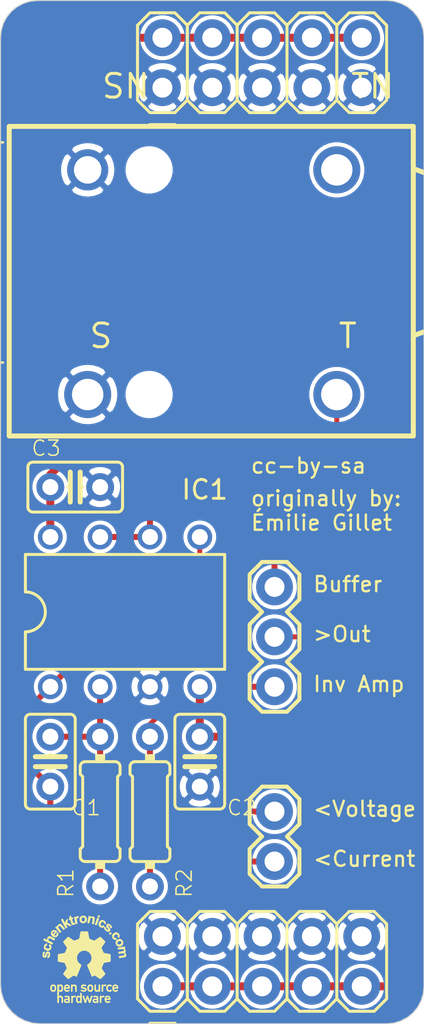
<source format=kicad_pcb>
(kicad_pcb (version 20171130) (host pcbnew "(5.1.5)-3")
  (layers (0 Top signal hide) (31 Bottom signal hide) (34 B.Paste user hide) (35 F.Paste user hide) (36 B.SilkS user) (37 F.SilkS user) (38 B.Mask user hide) (39 F.Mask user) (44 Edge.Cuts user))
  (net 0 "")
  (net 1 GND)
  (net 2 VCC)
  (net 3 VEE)
  (net 4 "Net-(J5-PadT)")
  (net 5 "Net-(J5-PadTN)")
  (net 6 "Net-(IC1-Pad5)")
  (net 7 "Net-(IC1-Pad6)")
  (net 8 "Net-(C1-Pad1)")
  (net 9 "Net-(C1-Pad2)")
  (module _NTSFootprints:schenktronics.com_OSHW_Logo_6x6mm (layer Top) (at 142 128)
    (fp_text reference G*** hide)
    (fp_text value LOGO hide)
  )
  (module bbf-audio_out_v1:AVR_ICSP (layer Top) (at 151.0411 82.1386 90)
    (fp_text reference JP1 hide)
    (fp_text value M05X2PTH hide)
    (pad 10 thru_hole circle (at 1.27 5.08) (size 1.8796 1.8796) (drill 1.016) (layers *.Cu *.Mask) (net 2 VCC))
    (pad 9 thru_hole circle (at -1.27 5.08) (size 1.8796 1.8796) (drill 1.016) (layers *.Cu *.Mask) (net 1 GND))
    (pad 8 thru_hole circle (at 1.27 2.54) (size 1.8796 1.8796) (drill 1.016) (layers *.Cu *.Mask) (net 2 VCC))
    (pad 7 thru_hole circle (at -1.27 2.54) (size 1.8796 1.8796) (drill 1.016) (layers *.Cu *.Mask) (net 1 GND))
    (pad 6 thru_hole circle (at 1.27 0) (size 1.8796 1.8796) (drill 1.016) (layers *.Cu *.Mask) (net 2 VCC))
    (pad 5 thru_hole circle (at -1.27 0) (size 1.8796 1.8796) (drill 1.016) (layers *.Cu *.Mask) (net 1 GND))
    (pad 4 thru_hole circle (at 1.27 -2.54) (size 1.8796 1.8796) (drill 1.016) (layers *.Cu *.Mask) (net 2 VCC))
    (pad 3 thru_hole circle (at -1.27 -2.54) (size 1.8796 1.8796) (drill 1.016) (layers *.Cu *.Mask) (net 1 GND))
    (pad 2 thru_hole circle (at 1.27 -5.08) (size 1.8796 1.8796) (drill 1.016) (layers *.Cu *.Mask) (net 2 VCC))
    (pad 1 thru_hole circle (at -1.27 -5.08) (size 1.8796 1.8796) (drill 1.016) (layers *.Cu *.Mask) (net 1 GND))
  )
  (module bbf-audio_out_v1:AVR_ICSP (layer Top) (at 151.0411 127.8586 90)
    (fp_text reference JP3 hide)
    (fp_text value M05X2PTH hide)
    (pad 10 thru_hole circle (at 1.27 5.08) (size 1.8796 1.8796) (drill 1.016) (layers *.Cu *.Mask) (net 1 GND))
    (pad 9 thru_hole circle (at -1.27 5.08) (size 1.8796 1.8796) (drill 1.016) (layers *.Cu *.Mask) (net 3 VEE))
    (pad 8 thru_hole circle (at 1.27 2.54) (size 1.8796 1.8796) (drill 1.016) (layers *.Cu *.Mask) (net 1 GND))
    (pad 7 thru_hole circle (at -1.27 2.54) (size 1.8796 1.8796) (drill 1.016) (layers *.Cu *.Mask) (net 3 VEE))
    (pad 6 thru_hole circle (at 1.27 0) (size 1.8796 1.8796) (drill 1.016) (layers *.Cu *.Mask) (net 1 GND))
    (pad 5 thru_hole circle (at -1.27 0) (size 1.8796 1.8796) (drill 1.016) (layers *.Cu *.Mask) (net 3 VEE))
    (pad 4 thru_hole circle (at 1.27 -2.54) (size 1.8796 1.8796) (drill 1.016) (layers *.Cu *.Mask) (net 1 GND))
    (pad 3 thru_hole circle (at -1.27 -2.54) (size 1.8796 1.8796) (drill 1.016) (layers *.Cu *.Mask) (net 3 VEE))
    (pad 2 thru_hole circle (at 1.27 -5.08) (size 1.8796 1.8796) (drill 1.016) (layers *.Cu *.Mask) (net 1 GND))
    (pad 1 thru_hole circle (at -1.27 -5.08) (size 1.8796 1.8796) (drill 1.016) (layers *.Cu *.Mask) (net 3 VEE))
  )
  (module bbf-audio_out_v1:NRJ4HF (layer Top) (at 147.2311 91.0286 180)
    (fp_text reference J5 hide)
    (fp_text value MONOSWSLIM hide)
    (fp_text user SN (at 4.445 6.985 180) (layer F.SilkS) (effects (font (size 1.2065 1.2065) (thickness 0.1524)) (justify left bottom)))
    (fp_text user TN (at -8.255 6.985 180) (layer F.SilkS) (effects (font (size 1.2065 1.2065) (thickness 0.1524)) (justify left bottom)))
    (fp_text user S (at 5.08 -5.715 180) (layer F.SilkS) (effects (font (size 1.2065 1.2065) (thickness 0.1524)) (justify left bottom)))
    (fp_text user T (at -7.62 -5.715 180) (layer F.SilkS) (effects (font (size 1.2065 1.2065) (thickness 0.1524)) (justify left bottom)))
    (pad "" np_thru_hole circle (at 1.948 3.438 180) (size 2 2) (drill 2) (layers *.Cu *.Mask))
    (pad "" np_thru_hole circle (at 1.948 -7.992 180) (size 2 2) (drill 2) (layers *.Cu *.Mask))
    (pad S thru_hole circle (at 5.08 -7.992 180) (size 2.4 2.4) (drill 1.6) (layers *.Cu *.Mask) (net 1 GND))
    (pad T thru_hole circle (at -7.62 -7.992 180) (size 2.4 2.4) (drill 1.6) (layers *.Cu *.Mask) (net 4 "Net-(J5-PadT)"))
    (pad TN thru_hole circle (at -7.62 3.438 180) (size 2.4 2.4) (drill 1.6) (layers *.Cu *.Mask) (net 5 "Net-(J5-PadTN)"))
    (pad SN thru_hole circle (at 5.08 3.438 180) (size 2.1 2.1) (drill 1.4) (layers *.Cu *.Mask) (net 1 GND))
  )
  (module bbf-audio_out_v1:DIL08 (layer Top) (at 144.0561 110.0786)
    (fp_text reference IC1 (at 2.794 -5.6515) (layer F.SilkS) (effects (font (size 0.9652 0.9652) (thickness 0.14478)) (justify left bottom)))
    (fp_text value TL072P)
    (pad 5 thru_hole circle (at 3.81 -3.81 90) (size 1.27 1.27) (drill 0.8128) (layers *.Cu *.Mask) (net 6 "Net-(IC1-Pad5)"))
    (pad 6 thru_hole circle (at 1.27 -3.81 90) (size 1.27 1.27) (drill 0.8128) (layers *.Cu *.Mask) (net 7 "Net-(IC1-Pad6)"))
    (pad 4 thru_hole circle (at 3.81 3.81 90) (size 1.27 1.27) (drill 0.8128) (layers *.Cu *.Mask) (net 3 VEE))
    (pad 3 thru_hole circle (at 1.27 3.81 90) (size 1.27 1.27) (drill 0.8128) (layers *.Cu *.Mask) (net 1 GND))
    (pad 8 thru_hole circle (at -3.81 -3.81 90) (size 1.27 1.27) (drill 0.8128) (layers *.Cu *.Mask) (net 2 VCC))
    (pad 7 thru_hole circle (at -1.27 -3.81 90) (size 1.27 1.27) (drill 0.8128) (layers *.Cu *.Mask) (net 7 "Net-(IC1-Pad6)"))
    (pad 2 thru_hole circle (at -1.27 3.81 90) (size 1.27 1.27) (drill 0.8128) (layers *.Cu *.Mask) (net 8 "Net-(C1-Pad1)"))
    (pad 1 thru_hole circle (at -3.81 3.81 90) (size 1.27 1.27) (drill 0.8128) (layers *.Cu *.Mask) (net 9 "Net-(C1-Pad2)"))
  )
  (module bbf-audio_out_v1:0204_7 (layer Top) (at 142.7861 120.2386 270)
    (fp_text reference R1 (at 4.445 1.2954 90) (layer F.SilkS) (effects (font (size 0.77216 0.77216) (thickness 0.077216)) (justify left bottom)))
    (fp_text value 100k)
    (pad 2 thru_hole circle (at 3.81 0 270) (size 1.4224 1.4224) (drill 0.8128) (layers *.Cu *.Mask) (net 9 "Net-(C1-Pad2)"))
    (pad 1 thru_hole circle (at -3.81 0 270) (size 1.4224 1.4224) (drill 0.8128) (layers *.Cu *.Mask) (net 8 "Net-(C1-Pad1)"))
  )
  (module bbf-audio_out_v1:C025-025X050 (layer Top) (at 140.2461 117.6986 270)
    (fp_text reference C1 (at 2.794 -1.016) (layer F.SilkS) (effects (font (size 0.77216 0.77216) (thickness 0.077216)) (justify left bottom)))
    (fp_text value 22p)
    (pad 2 thru_hole circle (at 1.27 0 270) (size 1.4224 1.4224) (drill 0.8128) (layers *.Cu *.Mask) (net 9 "Net-(C1-Pad2)"))
    (pad 1 thru_hole circle (at -1.27 0 270) (size 1.4224 1.4224) (drill 0.8128) (layers *.Cu *.Mask) (net 8 "Net-(C1-Pad1)"))
  )
  (module bbf-audio_out_v1:0204_7 (layer Top) (at 145.3261 120.2386 270)
    (fp_text reference R2 (at 4.445 -2.1971 90) (layer F.SilkS) (effects (font (size 0.77216 0.77216) (thickness 0.077216)) (justify left bottom)))
    (fp_text value 100k)
    (pad 2 thru_hole circle (at 3.81 0 270) (size 1.4224 1.4224) (drill 0.8128) (layers *.Cu *.Mask) (net 8 "Net-(C1-Pad1)"))
    (pad 1 thru_hole circle (at -3.81 0 270) (size 1.4224 1.4224) (drill 0.8128) (layers *.Cu *.Mask) (net 6 "Net-(IC1-Pad5)"))
  )
  (module bbf-audio_out_v1:1X02 (layer Top) (at 151.6761 120.2386 270)
    (fp_text reference JP2 hide)
    (fp_text value M02PTH)
    (pad 2 thru_hole circle (at 2.54 0) (size 1.8796 1.8796) (drill 1.016) (layers *.Cu *.Mask) (net 8 "Net-(C1-Pad1)"))
    (pad 1 thru_hole circle (at 0 0) (size 1.8796 1.8796) (drill 1.016) (layers *.Cu *.Mask) (net 6 "Net-(IC1-Pad5)"))
  )
  (module bbf-audio_out_v1:1X03 (layer Top) (at 151.6761 113.8886 90)
    (fp_text reference JP4 hide)
    (fp_text value M03PTH)
    (pad 3 thru_hole circle (at 5.08 0 180) (size 1.8796 1.8796) (drill 1.016) (layers *.Cu *.Mask) (net 7 "Net-(IC1-Pad6)"))
    (pad 2 thru_hole circle (at 2.54 0 180) (size 1.8796 1.8796) (drill 1.016) (layers *.Cu *.Mask) (net 4 "Net-(J5-PadT)"))
    (pad 1 thru_hole circle (at 0 0 180) (size 1.8796 1.8796) (drill 1.016) (layers *.Cu *.Mask) (net 9 "Net-(C1-Pad2)"))
  )
  (module bbf-audio_out_v1:C025-025X050 (layer Top) (at 147.8661 117.6986 90)
    (fp_text reference C2 (at -2.794 1.3335) (layer F.SilkS) (effects (font (size 0.77216 0.77216) (thickness 0.077216)) (justify left bottom)))
    (fp_text value 100n)
    (pad 2 thru_hole circle (at 1.27 0 90) (size 1.4224 1.4224) (drill 0.8128) (layers *.Cu *.Mask) (net 3 VEE))
    (pad 1 thru_hole circle (at -1.27 0 90) (size 1.4224 1.4224) (drill 0.8128) (layers *.Cu *.Mask) (net 1 GND))
  )
  (module bbf-audio_out_v1:C025-025X050 (layer Top) (at 141.5161 103.7286)
    (fp_text reference C3 (at -2.286 -1.524) (layer F.SilkS) (effects (font (size 0.77216 0.77216) (thickness 0.077216)) (justify left bottom)))
    (fp_text value 100n)
    (pad 2 thru_hole circle (at 1.27 0) (size 1.4224 1.4224) (drill 0.8128) (layers *.Cu *.Mask) (net 1 GND))
    (pad 1 thru_hole circle (at -1.27 0) (size 1.4224 1.4224) (drill 0.8128) (layers *.Cu *.Mask) (net 2 VCC))
  )
  (gr_arc (start 157.3911 129.1286) (end 157.3911 131.0336) (angle -90) (layer Edge.Cuts) (width 0.05))
  (gr_line (start 159.2961 129.1286) (end 159.2961 80.8686) (layer Edge.Cuts) (width 0.05))
  (gr_arc (start 157.4011 80.8686) (end 159.2961 80.8686) (angle -90) (layer Edge.Cuts) (width 0.05))
  (gr_line (start 157.4011 78.9736) (end 139.6011 78.9736) (layer Edge.Cuts) (width 0.05))
  (gr_arc (start 139.6011 80.8686) (end 139.6011 78.9736) (angle -90) (layer Edge.Cuts) (width 0.05))
  (gr_line (start 137.7061 80.8686) (end 137.7061 129.0256) (layer Edge.Cuts) (width 0.05))
  (gr_arc (start 139.7141 129.0256) (end 137.7061 129.0256) (angle -90) (layer Edge.Cuts) (width 0.05))
  (gr_line (start 139.7141 131.0336) (end 157.3911 131.0336) (layer Edge.Cuts) (width 0.05))
  (gr_text Buffer (at 153.5811 109.1261) (layer F.SilkS) (effects (font (size 0.77216 0.77216) (thickness 0.12192)) (justify left bottom)))
  (gr_text "Inv Amp" (at 153.5811 114.2061) (layer F.SilkS) (effects (font (size 0.77216 0.77216) (thickness 0.12192)) (justify left bottom)))
  (gr_text <Current (at 153.5811 123.0961) (layer F.SilkS) (effects (font (size 0.77216 0.77216) (thickness 0.12192)) (justify left bottom)))
  (gr_text <Voltage (at 153.5811 120.5561) (layer F.SilkS) (effects (font (size 0.77216 0.77216) (thickness 0.12192)) (justify left bottom)))
  (gr_text >Out (at 153.5811 111.6661) (layer F.SilkS) (effects (font (size 0.77216 0.77216) (thickness 0.12192)) (justify left bottom)))
  (gr_text cc-by-sa (at 150.4061 103.0936) (layer F.SilkS) (effects (font (size 0.77216 0.77216) (thickness 0.12192)) (justify left bottom)))
  (gr_text "originally by:\nÉmilie Gillet" (at 150.4061 106) (layer F.SilkS) (effects (font (size 0.77216 0.77216) (thickness 0.12192)) (justify left bottom)))
  (segment (start 145.9611 80.8686) (end 148.5011 80.8686) (width 0.4064) (layer Top) (net 2))
  (segment (start 148.5011 80.8686) (end 151.0411 80.8686) (width 0.4064) (layer Top) (net 2))
  (segment (start 151.0411 80.8686) (end 153.5811 80.8686) (width 0.4064) (layer Top) (net 2))
  (segment (start 153.5811 80.8686) (end 156.1211 80.8686) (width 0.4064) (layer Top) (net 2))
  (segment (start 140.2461 106.2686) (end 140.2461 103.7286) (width 0.4064) (layer Top) (net 2))
  (segment (start 140.2461 103.7286) (end 140.2461 103.0936) (width 0.4064) (layer Top) (net 2))
  (segment (start 140.2461 103.0936) (end 141.5161 101.8236) (width 0.4064) (layer Top) (net 2))
  (segment (start 141.5161 101.8236) (end 146.5961 101.8236) (width 0.4064) (layer Top) (net 2))
  (segment (start 146.5961 101.8236) (end 148.5011 99.9186) (width 0.4064) (layer Top) (net 2))
  (segment (start 148.5011 99.9186) (end 148.5011 87.2186) (width 0.4064) (layer Top) (net 2))
  (segment (start 148.5011 87.2186) (end 146.5961 85.3136) (width 0.4064) (layer Top) (net 2))
  (segment (start 146.5961 85.3136) (end 144.6911 85.3136) (width 0.4064) (layer Top) (net 2))
  (segment (start 144.6911 85.3136) (end 144.0561 84.6786) (width 0.4064) (layer Top) (net 2))
  (segment (start 144.0561 84.6786) (end 144.0561 81.5036) (width 0.4064) (layer Top) (net 2))
  (segment (start 144.0561 81.5036) (end 144.6911 80.8686) (width 0.4064) (layer Top) (net 2))
  (segment (start 144.6911 80.8686) (end 145.9611 80.8686) (width 0.4064) (layer Top) (net 2))
  (segment (start 145.9611 129.1286) (end 148.5011 129.1286) (width 0.4064) (layer Top) (net 3))
  (segment (start 148.5011 129.1286) (end 151.0411 129.1286) (width 0.4064) (layer Top) (net 3))
  (segment (start 151.0411 129.1286) (end 153.5811 129.1286) (width 0.4064) (layer Top) (net 3))
  (segment (start 153.5811 129.1286) (end 156.1211 129.1286) (width 0.4064) (layer Top) (net 3))
  (segment (start 147.8661 116.4286) (end 147.8661 113.8886) (width 0.4064) (layer Top) (net 3))
  (segment (start 151.6761 116.4286) (end 147.8661 116.4286) (width 0.4064) (layer Top) (net 3))
  (segment (start 152.3111 116.4286) (end 151.6761 116.4286) (width 0.4064) (layer Top) (net 3))
  (segment (start 157.3911 129.1286) (end 158.0261 128.4936) (width 0.4064) (layer Top) (net 3))
  (segment (start 156.1211 129.1286) (end 157.3911 129.1286) (width 0.4064) (layer Top) (net 3))
  (segment (start 158.0261 128.4936) (end 158.0261 121.5086) (width 0.4064) (layer Top) (net 3))
  (segment (start 158.0261 121.5086) (end 152.9461 116.4286) (width 0.4064) (layer Top) (net 3))
  (segment (start 152.9461 116.4286) (end 152.3111 116.4286) (width 0.4064) (layer Top) (net 3))
  (segment (start 151.6761 111.3486) (end 152.9461 111.3486) (width 0.254) (layer Top) (net 4))
  (segment (start 152.9461 111.3486) (end 154.8511 109.4436) (width 0.254) (layer Top) (net 4))
  (segment (start 154.8511 109.4436) (end 154.8511 99.0206) (width 0.254) (layer Top) (net 4))
  (segment (start 145.3261 118.9686) (end 145.3261 116.4286) (width 0.3048) (layer Top) (net 6))
  (segment (start 145.3261 118.9686) (end 146.5961 120.2386) (width 0.3048) (layer Top) (net 6))
  (segment (start 146.5961 120.2386) (end 151.6761 120.2386) (width 0.3048) (layer Top) (net 6))
  (segment (start 145.3261 116.4286) (end 145.3261 115.7936) (width 0.254) (layer Top) (net 6))
  (segment (start 145.3261 115.7936) (end 146.5961 114.5236) (width 0.254) (layer Top) (net 6))
  (segment (start 146.5961 114.5236) (end 146.5961 109.4436) (width 0.254) (layer Top) (net 6))
  (segment (start 146.5961 109.4436) (end 147.8661 108.1736) (width 0.254) (layer Top) (net 6))
  (segment (start 147.8661 108.1736) (end 147.8661 106.2686) (width 0.254) (layer Top) (net 6))
  (segment (start 142.7861 106.2686) (end 145.3261 106.2686) (width 0.3048) (layer Top) (net 7))
  (segment (start 145.3261 106.2686) (end 145.3261 104.9986) (width 0.3048) (layer Top) (net 7))
  (segment (start 145.3261 104.9986) (end 146.5961 103.7286) (width 0.3048) (layer Top) (net 7))
  (segment (start 146.5961 103.7286) (end 149.1361 103.7286) (width 0.3048) (layer Top) (net 7))
  (segment (start 149.1361 103.7286) (end 151.6761 106.2686) (width 0.3048) (layer Top) (net 7))
  (segment (start 151.6761 106.2686) (end 151.6761 108.8086) (width 0.3048) (layer Top) (net 7))
  (segment (start 142.7861 116.4286) (end 140.2461 116.4286) (width 0.3048) (layer Top) (net 8))
  (segment (start 142.7861 116.4286) (end 142.7861 113.8886) (width 0.3048) (layer Top) (net 8))
  (segment (start 142.7861 120.2386) (end 142.7861 116.4286) (width 0.3048) (layer Top) (net 8))
  (segment (start 145.3261 122.7786) (end 142.7861 120.2386) (width 0.3048) (layer Top) (net 8))
  (segment (start 145.3261 124.0486) (end 145.3261 122.7786) (width 0.3048) (layer Top) (net 8))
  (segment (start 145.3261 122.7786) (end 151.6761 122.7786) (width 0.3048) (layer Top) (net 8))
  (segment (start 140.2461 118.9686) (end 138.9761 117.6986) (width 0.3048) (layer Top) (net 9))
  (segment (start 138.9761 117.6986) (end 138.9761 115.1586) (width 0.3048) (layer Top) (net 9))
  (segment (start 138.9761 115.1586) (end 140.2461 113.8886) (width 0.3048) (layer Top) (net 9))
  (segment (start 142.7861 122.7786) (end 140.2461 120.2386) (width 0.3048) (layer Top) (net 9))
  (segment (start 140.2461 120.2386) (end 140.2461 118.9686) (width 0.3048) (layer Top) (net 9))
  (segment (start 142.7861 124.0486) (end 142.7861 122.7786) (width 0.3048) (layer Top) (net 9))
  (segment (start 140.2461 113.8886) (end 146.5961 107.5386) (width 0.3048) (layer Top) (net 9))
  (segment (start 146.5961 107.5386) (end 146.5961 105.6336) (width 0.3048) (layer Top) (net 9))
  (segment (start 146.5961 105.6336) (end 147.2311 104.9986) (width 0.3048) (layer Top) (net 9))
  (segment (start 147.2311 104.9986) (end 149.1361 104.9986) (width 0.3048) (layer Top) (net 9))
  (segment (start 149.1361 104.9986) (end 149.7711 105.6336) (width 0.3048) (layer Top) (net 9))
  (segment (start 149.7711 105.6336) (end 149.7711 113.2536) (width 0.3048) (layer Top) (net 9))
  (segment (start 149.7711 113.2536) (end 150.4061 113.8886) (width 0.3048) (layer Top) (net 9))
  (segment (start 150.4061 113.8886) (end 151.6761 113.8886) (width 0.3048) (layer Top) (net 9))
  (zone (net 1) (net_name GND) (layer Bottom) (priority 6) (connect_pads (clearance 0.000001)) (min_thickness 0.127) (fill yes (arc_segments 32) (thermal_gap 0.304) (thermal_bridge_width 0.304))
    (polygon (pts (xy 158.014491 78.933752) (xy 158.313787 79.057725) (xy 158.585711 79.22436) (xy 158.828218 79.431482) (xy 159.03534 79.673989) (xy 159.201975 79.945913) (xy 159.324021 80.240556) (xy 159.39847 80.550663) (xy 159.4231 80.86361) (xy 159.4231 129.138595) (xy 159.325948 129.751991) (xy 159.201975 130.051287) (xy 159.03534 130.323211) (xy 158.828218 130.565718) (xy 158.585711 130.77284) (xy 158.313787 130.939475) (xy 158.019144 131.061521) (xy 157.709037 131.13597) (xy 157.39609 131.1606) (xy 139.601105 131.1606) (xy 138.987709 131.063448) (xy 138.688413 130.939475) (xy 138.416489 130.77284) (xy 138.173982 130.565718) (xy 137.96686 130.323211) (xy 137.800225 130.051287) (xy 137.678179 129.756644) (xy 137.60373 129.446537) (xy 137.5791 129.13359) (xy 137.5791 80.858605) (xy 137.676252 80.245209) (xy 137.800225 79.945913) (xy 137.96686 79.673989) (xy 138.173982 79.431482) (xy 138.416489 79.22436) (xy 138.688413 79.057725) (xy 138.983056 78.935679) (xy 139.293163 78.86123) (xy 139.60611 78.8366) (xy 157.401095 78.8366)))
  )
)
</source>
